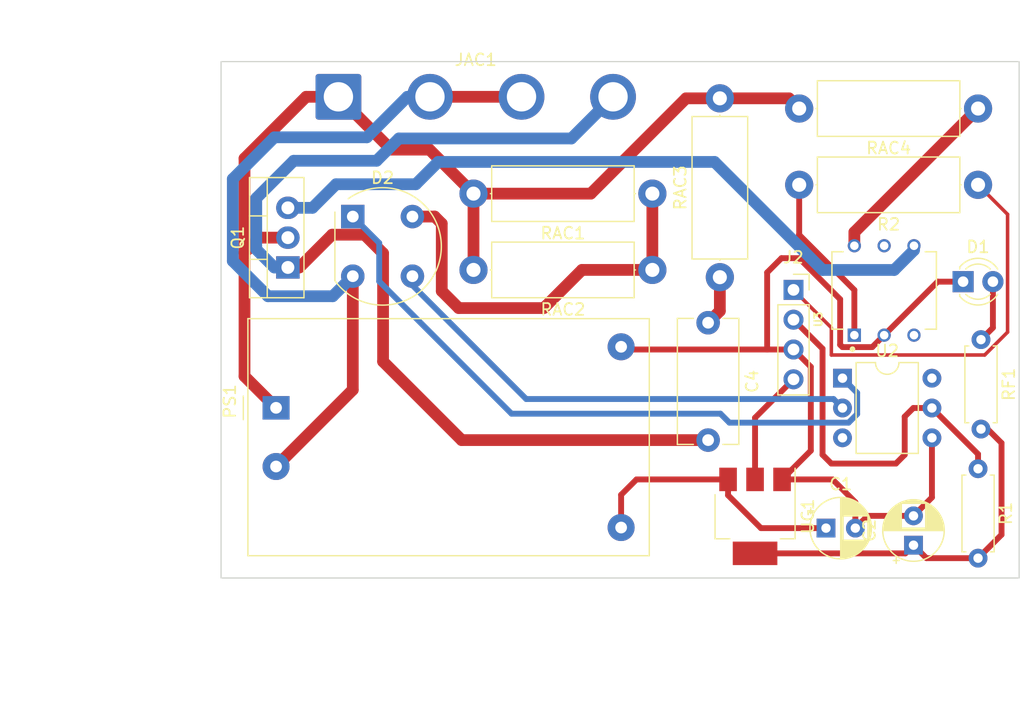
<source format=kicad_pcb>
(kicad_pcb (version 20211014) (generator pcbnew)
  (layers (0 "F.Cu" signal) (31 "B.Cu" signal) (34 "B.Paste" user) (35 "F.Paste" user) (36 "B.SilkS" user "B.Silkscreen") (37 "F.SilkS" user "F.Silkscreen") (38 "B.Mask" user) (39 "F.Mask" user) (44 "Edge.Cuts" user))
  (net 0 "")
  (net 1 "/+5V")
  (net 2 "Net-(C4-Pad1)")
  (net 3 "Net-(C4-Pad2)")
  (net 4 "Net-(D1-Pad2)")
  (net 5 "Net-(D2-Pad1)")
  (net 6 "/N")
  (net 7 "Net-(D2-Pad3)")
  (net 8 "Net-(D2-Pad4)")
  (net 9 "/DIMMER")
  (net 10 "/ZERO")
  (net 11 "/L")
  (net 12 "Net-(Q1-Pad3)")
  (net 13 "Net-(R2-Pad2)")
  (net 14 "Net-(RAC4-Pad1)")
  (net 17 "/GND")
  (net 18 "/+3.3V")
  (footprint "Package_TO_SOT_THT:TO-220-3_Vertical" (layer "F.Cu") (at 54.695 63.04 90)
    (fp_text reference "Q1" (at 2.54 -4.27 90) (layer "F.SilkS"))
    (fp_text value "BTA16-600B")
    (fp_line (start 7.66 -3.27) (end 7.66 1.371) (layer "F.SilkS") (width 0.12))
    (fp_line (start 4.391 -3.27) (end 4.391 -1.76) (layer "F.SilkS") (width 0.12))
    (fp_line (start 0.69 -3.27) (end 0.69 -1.76) (layer "F.SilkS") (width 0.12))
    (fp_line (start -2.58 -3.27) (end 7.66 -3.27) (layer "F.SilkS") (width 0.12))
    (fp_line (start -2.58 -3.27) (end -2.58 1.371) (layer "F.SilkS") (width 0.12))
    (fp_line (start -2.58 1.371) (end 7.66 1.371) (layer "F.SilkS") (width 0.12))
    (fp_line (start -2.58 -1.76) (end 7.66 -1.76) (layer "F.SilkS") (width 0.12))
    (pad "1" thru_hole rect (at 0 0 90) (size 1.905 2) (drill 1.1) (layers *.Cu *.Mask) (net 3 "Net-(C4-Pad2)"))
    (pad "2" thru_hole oval (at 2.54 0 90) (size 1.905 2) (drill 1.1) (layers *.Cu *.Mask) (net 11 "/L"))
    (pad "3" thru_hole oval (at 5.08 0 90) (size 1.905 2) (drill 1.1) (layers *.Cu *.Mask) (net 12 "Net-(Q1-Pad3)"))
  )
  (footprint "Resistor_THT:R_Axial_DIN0414_L11.9mm_D4.5mm_P15.24mm_Horizontal" (layer "F.Cu") (at 113.5 56 180)
    (fp_text reference "R2" (at 7.62 -3.37) (layer "F.SilkS"))
    (fp_text value "1k")
    (fp_line (start 13.69 2.37) (end 13.69 -2.37) (layer "F.SilkS") (width 0.12))
    (fp_line (start 1.55 -2.37) (end 1.55 2.37) (layer "F.SilkS") (width 0.12))
    (fp_line (start 1.44 0) (end 1.55 0) (layer "F.SilkS") (width 0.12))
    (fp_line (start 13.8 0) (end 13.69 0) (layer "F.SilkS") (width 0.12))
    (fp_line (start 13.69 -2.37) (end 1.55 -2.37) (layer "F.SilkS") (width 0.12))
    (fp_line (start 1.55 2.37) (end 13.69 2.37) (layer "F.SilkS") (width 0.12))
    (pad "1" thru_hole circle (at 0 0 180) (size 2.4 2.4) (drill 1.2) (layers *.Cu *.Mask) (net 9 "/DIMMER"))
    (pad "2" thru_hole oval (at 15.24 0 180) (size 2.4 2.4) (drill 1.2) (layers *.Cu *.Mask) (net 13 "Net-(R2-Pad2)"))
  )
  (footprint "Diode_THT:Diode_Bridge_Round_D9.8mm" (layer "F.Cu") (at 60.225 58.705)
    (fp_text reference "D2" (at 2.54 -3.302) (layer "F.SilkS"))
    (fp_text value "W10G")
    (fp_line (start -1.524 -0.381) (end -1.524 5.461) (layer "F.SilkS") (width 0.12))
    (fp_arc (start -0.381 -1.524) (mid 7.479141 3.348223) (end -1.524 5.461) (layer "F.SilkS") (width 0.12))
    (pad "1" thru_hole rect (at 0 0) (size 2 2) (drill 1) (layers *.Cu *.Mask) (net 5 "Net-(D2-Pad1)"))
    (pad "2" thru_hole oval (at 0 5.08) (size 2 2) (drill 1) (layers *.Cu *.Mask) (net 6 "/N"))
    (pad "3" thru_hole oval (at 5.08 5.08) (size 2 2) (drill 1) (layers *.Cu *.Mask) (net 7 "Net-(D2-Pad3)"))
    (pad "4" thru_hole oval (at 5.08 0) (size 2 2) (drill 1) (layers *.Cu *.Mask) (net 8 "Net-(D2-Pad4)"))
  )
  (footprint "LED_THT:LED_D3.0mm" (layer "F.Cu") (at 112.225 64.25)
    (fp_text reference "D1" (at 1.27 -2.96) (layer "F.SilkS"))
    (fp_text value "LED_Filled")
    (fp_line (start -0.29 1.08) (end -0.29 1.236) (layer "F.SilkS") (width 0.12))
    (fp_line (start -0.29 -1.236) (end -0.29 -1.08) (layer "F.SilkS") (width 0.12))
    (fp_arc (start 2.942335 1.078608) (mid 1.366487 1.987659) (end -0.29 1.235516) (layer "F.SilkS") (width 0.12))
    (fp_arc (start 0.229039 -1.08) (mid 1.270117 -1.5) (end 2.31113 -1.079837) (layer "F.SilkS") (width 0.12))
    (fp_arc (start 2.31113 1.079837) (mid 1.270117 1.5) (end 0.229039 1.08) (layer "F.SilkS") (width 0.12))
    (fp_arc (start -0.29 -1.235516) (mid 1.366487 -1.987659) (end 2.942335 -1.078608) (layer "F.SilkS") (width 0.12))
    (pad "1" thru_hole rect (at 0 0) (size 1.8 1.8) (drill 0.9) (layers *.Cu *.Mask) (net 17 "/GND"))
    (pad "2" thru_hole circle (at 2.54 0) (size 1.8 1.8) (drill 0.9) (layers *.Cu *.Mask) (net 4 "Net-(D1-Pad2)"))
  )
  (footprint "Converter_ACDC:Converter_ACDC_HiLink_HLK-PMxx" (layer "F.Cu") (at 53.6875 75)
    (fp_text reference "PS1" (at -3.94 -0.55 90) (layer "F.SilkS"))
    (fp_text value "HLK-PM01")
    (fp_line (start -2.4 12.6) (end 31.8 12.6) (layer "F.SilkS") (width 0.12))
    (fp_line (start 31.8 -7.6) (end -2.4 -7.6) (layer "F.SilkS") (width 0.12))
    (fp_line (start -2.4 -7.6) (end -2.4 12.6) (layer "F.SilkS") (width 0.12))
    (fp_line (start 31.8 12.6) (end 31.8 -7.6) (layer "F.SilkS") (width 0.12))
    (fp_line (start -2.79 -1) (end -2.79 1.01) (layer "F.SilkS") (width 0.12))
    (pad "1" thru_hole rect (at 0 0) (size 2.3 2) (drill 1) (layers *.Cu *.Mask) (net 11 "/L"))
    (pad "2" thru_hole circle (at 0 5) (size 2.3 2.3) (drill 1) (layers *.Cu *.Mask) (net 6 "/N"))
    (pad "3" thru_hole circle (at 29.4 -5.2) (size 2.3 2.3) (drill 1) (layers *.Cu *.Mask) (net 17 "/GND"))
    (pad "4" thru_hole circle (at 29.4 10.2) (size 2.3 2.3) (drill 1) (layers *.Cu *.Mask) (net 1 "/+5V"))
  )
  (footprint "MOC3021:DIP762W45P254L889H508Q6" (layer "F.Cu") (at 105.5 65 90)
    (fp_text reference "U3" (at -2.469425 -5.609645 90) (layer "F.SilkS") (effects (font (size 0.64037 0.64037))))
    (fp_text value "MOC3021")
    (fp_line (start 3.3 -4.45) (end 3.3 -3.5) (layer "F.SilkS") (width 0.127))
    (fp_line (start -3.3 3.5) (end -3.3 4.45) (layer "F.SilkS") (width 0.127))
    (fp_line (start -3.3 -3.5) (end -3.3 -4.45) (layer "F.SilkS") (width 0.127))
    (fp_line (start -3.3 -4.45) (end 3.3 -4.45) (layer "F.SilkS") (width 0.127))
    (fp_line (start -3.3 4.45) (end 3.3 4.45) (layer "F.SilkS") (width 0.127))
    (fp_line (start 3.3 4.45) (end 3.3 3.5) (layer "F.SilkS") (width 0.127))
    (fp_circle (center -5 -2.7) (end -4.88 -2.7) (layer "F.SilkS") (width 0.24) (fill none))
    (pad "1" thru_hole rect locked (at -3.81 -2.54 90) (size 1.13 1.13) (drill 0.73) (layers *.Cu *.Mask) (net 13 "Net-(R2-Pad2)"))
    (pad "2" thru_hole circle locked (at -3.81 0 90) (size 1.13 1.13) (drill 0.73) (layers *.Cu *.Mask) (net 17 "/GND"))
    (pad "3" thru_hole circle locked (at -3.81 2.54 90) (size 1.13 1.13) (drill 0.73) (layers *.Cu *.Mask))
    (pad "4" thru_hole circle locked (at 3.81 2.54 90) (size 1.13 1.13) (drill 0.73) (layers *.Cu *.Mask) (net 12 "Net-(Q1-Pad3)"))
    (pad "5" thru_hole circle locked (at 3.81 0 90) (size 1.13 1.13) (drill 0.73) (layers *.Cu *.Mask))
    (pad "6" thru_hole circle locked (at 3.81 -2.54 90) (size 1.13 1.13) (drill 0.73) (layers *.Cu *.Mask) (net 14 "Net-(RAC4-Pad1)"))
  )
  (footprint "Capacitor_THT:CP_Radial_D5.0mm_P2.50mm" (layer "F.Cu") (at 108 86.705113 90)
    (fp_text reference "C2" (at 1.25 -3.75 90) (layer "F.SilkS"))
    (fp_text value "10uF")
    (fp_line (start 2.651 -2.175) (end 2.651 -1.04) (layer "F.SilkS") (width 0.12))
    (fp_line (start 1.89 -2.501) (end 1.89 -1.04) (layer "F.SilkS") (width 0.12))
    (fp_line (start 2.931 1.04) (end 2.931 1.971) (layer "F.SilkS") (width 0.12))
    (fp_line (start 3.451 1.04) (end 3.451 1.383) (layer "F.SilkS") (width 0.12))
    (fp_line (start 3.091 1.04) (end 3.091 1.826) (layer "F.SilkS") (width 0.12))
    (fp_line (start -1.554775 -1.475) (end -1.054775 -1.475) (layer "F.SilkS") (width 0.12))
    (fp_line (start -1.304775 -1.725) (end -1.304775 -1.225) (layer "F.SilkS") (width 0.12))
    (fp_line (start 1.53 1.04) (end 1.53 2.565) (layer "F.SilkS") (width 0.12))
    (fp_line (start 2.571 -2.224) (end 2.571 -1.04) (layer "F.SilkS") (width 0.12))
    (fp_line (start 3.291 1.04) (end 3.291 1.605) (layer "F.SilkS") (width 0.12))
    (fp_line (start 1.49 -2.569) (end 1.49 -1.04) (layer "F.SilkS") (width 0.12))
    (fp_line (start 1.81 -2.52) (end 1.81 -1.04) (layer "F.SilkS") (width 0.12))
    (fp_line (start 2.611 -2.2) (end 2.611 -1.04) (layer "F.SilkS") (width 0.12))
    (fp_line (start 1.53 -2.565) (end 1.53 -1.04) (layer "F.SilkS") (width 0.12))
    (fp_line (start 2.251 1.04) (end 2.251 2.382) (layer "F.SilkS") (width 0.12))
    (fp_line (start 1.73 -2.536) (end 1.73 -1.04) (layer "F.SilkS") (width 0.12))
    (fp_line (start 2.011 1.04) (end 2.011 2.468) (layer "F.SilkS") (width 0.12))
    (fp_line (start 2.771 -2.095) (end 2.771 -1.04) (layer "F.SilkS") (width 0.12))
    (fp_line (start 1.85 -2.511) (end 1.85 -1.04) (layer "F.SilkS") (width 0.12))
    (fp_line (start 2.731 -2.122) (end 2.731 -1.04) (layer "F.SilkS") (width 0.12))
    (fp_line (start 2.411 1.04) (end 2.411 2.31) (layer "F.SilkS") (width 0.12))
    (fp_line (start 2.931 -1.971) (end 2.931 -1.04) (layer "F.SilkS") (width 0.12))
    (fp_line (start 2.411 -2.31) (end 2.411 -1.04) (layer "F.SilkS") (width 0.12))
    (fp_line (start 2.131 -2.428) (end 2.131 -1.04) (layer "F.SilkS") (width 0.12))
    (fp_line (start 2.851 1.04) (end 2.851 2.035) (layer "F.SilkS") (width 0.12))
    (fp_line (start 2.731 1.04) (end 2.731 2.122) (layer "F.SilkS") (width 0.12))
    (fp_line (start 1.25 -2.58) (end 1.25 2.58) (layer "F.SilkS") (width 0.12))
    (fp_line (start 2.091 -2.442) (end 2.091 -1.04) (layer "F.SilkS") (width 0.12))
    (fp_line (start 1.85 1.04) (end 1.85 2.511) (layer "F.SilkS") (width 0.12))
    (fp_line (start 1.45 -2.573) (end 1.45 2.573) (layer "F.SilkS") (width 0.12))
    (fp_line (start 3.371 -1.5) (end 3.371 -1.04) (layer "F.SilkS") (width 0.12))
    (fp_line (start 3.091 -1.826) (end 3.091 -1.04) (layer "F.SilkS") (width 0.12))
    (fp_line (start 2.491 -2.268) (end 2.491 -1.04) (layer "F.SilkS") (width 0.12))
    (fp_line (start 1.971 -2.48) (end 1.971 -1.04) (layer "F.SilkS") (width 0.12))
    (fp_line (start 2.691 -2.149) (end 2.691 -1.04) (layer "F.SilkS") (width 0.12))
    (fp_line (start 2.011 -2.468) (end 2.011 -1.04) (layer "F.SilkS") (width 0.12))
    (fp_line (start 3.651 -1.011) (end 3.651 1.011) (layer "F.SilkS") (width 0.12))
    (fp_line (start 3.131 -1.785) (end 3.131 -1.04) (layer "F.SilkS") (width 0.12))
    (fp_line (start 3.011 1.04) (end 3.011 1.901) (layer "F.SilkS") (width 0.12))
    (fp_line (start 3.851 -0.284) (end 3.851 0.284) (layer "F.SilkS") (width 0.12))
    (fp_line (start 3.331 1.04) (end 3.331 1.554) (layer "F.SilkS") (width 0.12))
    (fp_line (start 2.971 -1.937) (end 2.971 -1.04) (layer "F.SilkS") (width 0.12))
    (fp_line (start 1.89 1.04) (end 1.89 2.501) (layer "F.SilkS") (width 0.12))
    (fp_line (start 2.971 1.04) (end 2.971 1.937) (layer "F.SilkS") (width 0.12))
    (fp_line (start 3.531 -1.251) (end 3.531 -1.04) (layer "F.SilkS") (width 0.12))
    (fp_line (start 2.171 -2.414) (end 2.171 -1.04) (layer "F.SilkS") (width 0.12))
    (fp_line (start 1.971 1.04) (end 1.971 2.48) (layer "F.SilkS") (width 0.12))
    (fp_line (start 1.93 1.04) (end 1.93 2.491) (layer "F.SilkS") (width 0.12))
    (fp_line (start 1.81 1.04) (end 1.81 2.52) (layer "F.SilkS") (width 0.12))
    (fp_line (start 3.571 -1.178) (end 3.571 1.178) (layer "F.SilkS") (width 0.12))
    (fp_line (start 2.491 1.04) (end 2.491 2.268) (layer "F.SilkS") (width 0.12))
    (fp_line (start 1.73 1.04) (end 1.73 2.536) (layer "F.SilkS") (width 0.12))
    (fp_line (start 2.651 1.04) (end 2.651 2.175) (layer "F.SilkS") (width 0.12))
    (fp_line (start 2.611 1.04) (end 2.611 2.2) (layer "F.SilkS") (width 0.12))
    (fp_line (start 1.65 1.04) (end 1.65 2.55) (layer "F.SilkS") (width 0.12))
    (fp_line (start 3.011 -1.901) (end 3.011 -1.04) (layer "F.SilkS") (width 0.12))
    (fp_line (start 3.131 1.04) (end 3.131 1.785) (layer "F.SilkS") (width 0.12))
    (fp_line (start 2.811 -2.065) (end 2.811 -1.04) (layer "F.SilkS") (width 0.12))
    (fp_line (start 2.131 1.04) (end 2.131 2.428) (layer "F.SilkS") (width 0.12))
    (fp_line (start 2.091 1.04) (end 2.091 2.442) (layer "F.SilkS") (width 0.12))
    (fp_line (start 2.691 1.04) (end 2.691 2.149) (layer "F.SilkS") (width 0.12))
    (fp_line (start 2.451 -2.29) (end 2.451 -1.04) (layer "F.SilkS") (width 0.12))
    (fp_line (start 1.77 -2.528) (end 1.77 -1.04) (layer "F.SilkS") (width 0.12))
    (fp_line (start 2.051 -2.455) (end 2.051 -1.04) (layer "F.SilkS") (width 0.12))
    (fp_line (start 3.371 1.04) (end 3.371 1.5) (layer "F.SilkS") (width 0.12))
    (fp_line (start 3.251 -1.653) (end 3.251 -1.04) (layer "F.SilkS") (width 0.12))
    (fp_line (start 2.531 -2.247) (end 2.531 -1.04) (layer "F.SilkS") (width 0.12))
    (fp_line (start 3.251 1.04) (end 3.251 1.653) (layer "F.SilkS") (width 0.12))
    (fp_line (start 3.171 1.04) (end 3.171 1.743) (layer "F.SilkS") (width 0.12))
    (fp_line (start 1.29 -2.58) (end 1.29 2.58) (layer "F.SilkS") (width 0.12))
    (fp_line (start 2.051 1.04) (end 2.051 2.455) (layer "F.SilkS") (width 0.12))
    (fp_line (start 3.451 -1.383) (end 3.451 -1.04) (layer "F.SilkS") (width 0.12))
    (fp_line (start 2.291 -2.365) (end 2.291 -1.04) (layer "F.SilkS") (width 0.12))
    (fp_line (start 2.211 -2.398) (end 2.211 -1.04) (layer "F.SilkS") (width 0.12))
    (fp_line (start 1.65 -2.55) (end 1.65 -1.04) (layer "F.SilkS") (width 0.12))
    (fp_line (start 2.851 -2.035) (end 2.851 -1.04) (layer "F.SilkS") (width 0.12))
    (fp_line (start 2.251 -2.382) (end 2.251 -1.04) (layer "F.SilkS") (width 0.12))
    (fp_line (start 1.37 -2.578) (end 1.37 2.578) (layer "F.SilkS") (width 0.12))
    (fp_line (start 2.451 1.04) (end 2.451 2.29) (layer "F.SilkS") (width 0.12))
    (fp_line (start 2.811 1.04) (end 2.811 2.065) (layer "F.SilkS") (width 0.12))
    (fp_line (start 3.211 1.04) (end 3.211 1.699) (layer "F.SilkS") (width 0.12))
    (fp_line (start 2.891 1.04) (end 2.891 2.004) (layer "F.SilkS") (width 0.12))
    (fp_line (start 3.611 -1.098) (end 3.611 1.098) (layer "F.SilkS") (width 0.12))
    (fp_line (start 2.371 1.04) (end 2.371 2.329) (layer "F.SilkS") (width 0.12))
    (fp_line (start 2.571 1.04) (end 2.571 2.224) (layer "F.SilkS") (width 0.12))
    (fp_line (start 3.691 -0.915) (end 3.691 0.915) (layer "F.SilkS") (width 0.12))
    (fp_line (start 1.93 -2.491) (end 1.93 -1.04) (layer "F.SilkS") (width 0.12))
    (fp_line (start 1.61 1.04) (end 1.61 2.556) (layer "F.SilkS") (width 0.12))
    (fp_line (start 2.771 1.04) (end 2.771 2.095) (layer "F.SilkS") (width 0.12))
    (fp_line (start 3.211 -1.699) (end 3.211 -1.04) (layer "F.SilkS") (width 0.12))
    (fp_line (start 2.331 1.04) (end 2.331 2.348) (layer "F.SilkS") (width 0.12))
    (fp_line (start 3.291 -1.605) (end 3.291 -1.04) (layer "F.SilkS") (width 0.12))
    (fp_line (start 3.531 1.04) (end 3.531 1.251) (layer "F.SilkS") (width 0.12))
    (fp_line (start 1.69 -2.543) (end 1.69 -1.04) (layer "F.SilkS") (width 0.12))
    (fp_line (start 1.61 -2.556) (end 1.61 -1.04) (layer "F.SilkS") (width 0.12))
    (fp_line (start 1.41 -2.576) (end 1.41 2.576) (layer "F.SilkS") (width 0.12))
    (fp_line (start 2.291 1.04) (end 2.291 2.365) (layer "F.SilkS") (width 0.12))
    (fp_line (start 3.331 -1.554) (end 3.331 -1.04) (layer "F.SilkS") (width 0.12))
    (fp_line (start 1.57 1.04) (end 1.57 2.561) (layer "F.SilkS") (width 0.12))
    (fp_line (start 2.331 -2.348) (end 2.331 -1.04) (layer "F.SilkS") (width 0.12))
    (fp_line (start 3.811 -0.518) (end 3.811 0.518) (layer "F.SilkS") (width 0.12))
    (fp_line (start 3.771 -0.677) (end 3.771 0.677) (layer "F.SilkS") (width 0.12))
    (fp_line (start 3.491 1.04) (end 3.491 1.319) (layer "F.SilkS") (width 0.12))
    (fp_line (start 1.77 1.04) (end 1.77 2.528) (layer "F.SilkS") (width 0.12))
    (fp_line (start 2.371 -2.329) (end 2.371 -1.04) (layer "F.SilkS") (width 0.12))
    (fp_line (start 2.171 1.04) (end 2.171 2.414) (layer "F.SilkS") (width 0.12))
    (fp_line (start 2.891 -2.004) (end 2.891 -1.04) (layer "F.SilkS") (width 0.12))
    (fp_line (start 3.411 -1.443) (end 3.411 -1.04) (layer "F.SilkS") (width 0.12))
    (fp_line (start 3.051 1.04) (end 3.051 1.864) (layer "F.SilkS") (width 0.12))
    (fp_line (start 3.171 -1.743) (end 3.171 -1.04) (layer "F.SilkS") (width 0.12))
    (fp_line (start 1.57 -2.561) (end 1.57 -1.04) (layer "F.SilkS") (width 0.12))
    (fp_line (start 1.33 -2.579) (end 1.33 2.579) (layer "F.SilkS") (width 0.12))
    (fp_line (start 3.491 -1.319) (end 3.491 -1.04) (layer "F.SilkS") (width 0.12))
    (fp_line (start 3.051 -1.864) (end 3.051 -1.04) (layer "F.SilkS") (width 0.12))
    (fp_line (start 3.411 1.04) (end 3.411 1.443) (layer "F.SilkS") (width 0.12))
    (fp_line (start 1.49 1.04) (end 1.49 2.569) (layer "F.SilkS") (width 0.12))
    (fp_line (start 1.69 1.04) (end 1.69 2.543) (layer "F.SilkS") (width 0.12))
    (fp_line (start 2.211 1.04) (end 2.211 2.398) (layer "F.SilkS") (width 0.12))
    (fp_line (start 2.531 1.04) (end 2.531 2.247) (layer "F.SilkS") (width 0.12))
    (fp_line (start 3.731 -0.805) (end 3.731 0.805) (layer "F.SilkS") (width 0.12))
    (fp_circle (center 1.25 0) (end 3.87 0) (layer "F.SilkS") (width 0.12) (fill none))
    (pad "1" thru_hole rect (at 0 0 90) (size 1.6 1.6) (drill 0.8) (layers *.Cu *.Mask) (net 18 "/+3.3V"))
    (pad "2" thru_hole circle (at 2.5 0 90) (size 1.6 1.6) (drill 0.8) (layers *.Cu *.Mask) (net 17 "/GND"))
  )
  (footprint "Package_DIP:DIP-6_W7.62mm" (layer "F.Cu") (at 101.95 72.475)
    (fp_text reference "U2" (at 3.81 -2.33) (layer "F.SilkS"))
    (fp_text value "4N25")
    (fp_line (start 2.81 -1.33) (end 1.16 -1.33) (layer "F.SilkS") (width 0.12))
    (fp_line (start 1.16 6.41) (end 6.46 6.41) (layer "F.SilkS") (width 0.12))
    (fp_line (start 1.16 -1.33) (end 1.16 6.41) (layer "F.SilkS") (width 0.12))
    (fp_line (start 6.46 -1.33) (end 4.81 -1.33) (layer "F.SilkS") (width 0.12))
    (fp_line (start 6.46 6.41) (end 6.46 -1.33) (layer "F.SilkS") (width 0.12))
    (fp_arc (start 4.81 -1.33) (mid 3.81 -0.33) (end 2.81 -1.33) (layer "F.SilkS") (width 0.12))
    (pad "1" thru_hole rect (at 0 0) (size 1.6 1.6) (drill 0.8) (layers *.Cu *.Mask) (net 5 "Net-(D2-Pad1)"))
    (pad "2" thru_hole oval (at 0 2.54) (size 1.6 1.6) (drill 0.8) (layers *.Cu *.Mask) (net 7 "Net-(D2-Pad3)"))
    (pad "3" thru_hole oval (at 0 5.08) (size 1.6 1.6) (drill 0.8) (layers *.Cu *.Mask))
    (pad "4" thru_hole oval (at 7.62 5.08) (size 1.6 1.6) (drill 0.8) (layers *.Cu *.Mask) (net 17 "/GND"))
    (pad "5" thru_hole oval (at 7.62 2.54) (size 1.6 1.6) (drill 0.8) (layers *.Cu *.Mask) (net 10 "/ZERO"))
    (pad "6" thru_hole oval (at 7.62 0) (size 1.6 1.6) (drill 0.8) (layers *.Cu *.Mask))
  )
  (footprint "Capacitor_THT:C_Disc_D10.5mm_W5.0mm_P10.00mm" (layer "F.Cu") (at 90.5 67.75 -90)
    (fp_text reference "C4" (at 5 -3.75 90) (layer "F.SilkS"))
    (fp_text value "10nF")
    (fp_line (start -0.37 -2.62) (end 10.37 -2.62) (layer "F.SilkS") (width 0.12))
    (fp_line (start -0.37 1.256) (end -0.37 2.62) (layer "F.SilkS") (width 0.12))
    (fp_line (start -0.37 -2.62) (end -0.37 -1.256) (layer "F.SilkS") (width 0.12))
    (fp_line (start 10.37 -2.62) (end 10.37 -1.256) (layer "F.SilkS") (width 0.12))
    (fp_line (start 10.37 1.256) (end 10.37 2.62) (layer "F.SilkS") (width 0.12))
    (fp_line (start -0.37 2.62) (end 10.37 2.62) (layer "F.SilkS") (width 0.12))
    (pad "1" thru_hole circle (at 0 0 270) (size 2 2) (drill 1) (layers *.Cu *.Mask) (net 2 "Net-(C4-Pad1)"))
    (pad "2" thru_hole circle (at 10 0 270) (size 2 2) (drill 1) (layers *.Cu *.Mask) (net 3 "Net-(C4-Pad2)"))
  )
  (footprint "Resistor_THT:R_Axial_DIN0207_L6.3mm_D2.5mm_P7.62mm_Horizontal" (layer "F.Cu") (at 113.5 80.19 -90)
    (fp_text reference "R1" (at 3.81 -2.37 90) (layer "F.SilkS"))
    (fp_text value "10k")
    (fp_line (start 0.54 -1.37) (end 7.08 -1.37) (layer "F.SilkS") (width 0.12))
    (fp_line (start 0.54 1.04) (end 0.54 1.37) (layer "F.SilkS") (width 0.12))
    (fp_line (start 7.08 -1.37) (end 7.08 -1.04) (layer "F.SilkS") (width 0.12))
    (fp_line (start 7.08 1.37) (end 7.08 1.04) (layer "F.SilkS") (width 0.12))
    (fp_line (start 0.54 -1.04) (end 0.54 -1.37) (layer "F.SilkS") (width 0.12))
    (fp_line (start 0.54 1.37) (end 7.08 1.37) (layer "F.SilkS") (width 0.12))
    (pad "1" thru_hole circle (at 0 0 270) (size 1.6 1.6) (drill 0.8) (layers *.Cu *.Mask) (net 10 "/ZERO"))
    (pad "2" thru_hole oval (at 7.62 0 270) (size 1.6 1.6) (drill 0.8) (layers *.Cu *.Mask) (net 18 "/+3.3V"))
  )
  (footprint "Package_TO_SOT_SMD:SOT-223-3_TabPin2" (layer "F.Cu") (at 94.5 84.25 -90)
    (fp_text reference "UG1" (at 0 -4.5 90) (layer "F.SilkS"))
    (fp_text value "AMS1117-3.3")
    (fp_line (start -4.1 -3.41) (end 1.91 -3.41) (layer "F.SilkS") (width 0.12))
    (fp_line (start 1.91 3.41) (end 1.91 2.15) (layer "F.SilkS") (width 0.12))
    (fp_line (start 1.91 -3.41) (end 1.91 -2.15) (layer "F.SilkS") (width 0.12))
    (fp_line (start -1.85 3.41) (end 1.91 3.41) (layer "F.SilkS") (width 0.12))
    (pad "1" smd rect (at -3.15 -2.3 270) (size 2 1.5) (layers "F.Cu" "F.Paste" "F.Mask") (net 17 "/GND"))
    (pad "2" smd rect (at -3.15 0 270) (size 2 1.5) (layers "F.Cu" "F.Paste" "F.Mask") (net 18 "/+3.3V"))
    (pad "2" smd rect (at 3.15 0 270) (size 2 3.8) (layers "F.Cu" "F.Paste" "F.Mask") (net 18 "/+3.3V"))
    (pad "3" smd rect (at -3.15 2.3 270) (size 2 1.5) (layers "F.Cu" "F.Paste" "F.Mask") (net 1 "/+5V"))
  )
  (footprint "Resistor_THT:R_Axial_DIN0414_L11.9mm_D4.5mm_P15.24mm_Horizontal" (layer "F.Cu") (at 113.5 49.5 180)
    (fp_text reference "RAC4" (at 7.62 -3.37) (layer "F.SilkS"))
    (fp_text value "1k")
    (fp_line (start 1.55 -2.37) (end 1.55 2.37) (layer "F.SilkS") (width 0.12))
    (fp_line (start 13.69 -2.37) (end 1.55 -2.37) (layer "F.SilkS") (width 0.12))
    (fp_line (start 1.55 2.37) (end 13.69 2.37) (layer "F.SilkS") (width 0.12))
    (fp_line (start 13.69 2.37) (end 13.69 -2.37) (layer "F.SilkS") (width 0.12))
    (fp_line (start 13.8 0) (end 13.69 0) (layer "F.SilkS") (width 0.12))
    (fp_line (start 1.44 0) (end 1.55 0) (layer "F.SilkS") (width 0.12))
    (pad "1" thru_hole circle (at 0 0 180) (size 2.4 2.4) (drill 1.2) (layers *.Cu *.Mask) (net 14 "Net-(RAC4-Pad1)"))
    (pad "2" thru_hole oval (at 15.24 0 180) (size 2.4 2.4) (drill 1.2) (layers *.Cu *.Mask) (net 11 "/L"))
  )
  (footprint "Resistor_THT:R_Axial_DIN0207_L6.3mm_D2.5mm_P7.62mm_Horizontal" (layer "F.Cu") (at 113.75 69.19 -90)
    (fp_text reference "RF1" (at 3.81 -2.37 90) (layer "F.SilkS"))
    (fp_text value "330")
    (fp_line (start 7.08 1.37) (end 7.08 1.04) (layer "F.SilkS") (width 0.12))
    (fp_line (start 0.54 1.37) (end 7.08 1.37) (layer "F.SilkS") (width 0.12))
    (fp_line (start 7.08 -1.37) (end 7.08 -1.04) (layer "F.SilkS") (width 0.12))
    (fp_line (start 0.54 1.04) (end 0.54 1.37) (layer "F.SilkS") (width 0.12))
    (fp_line (start 0.54 -1.37) (end 7.08 -1.37) (layer "F.SilkS") (width 0.12))
    (fp_line (start 0.54 -1.04) (end 0.54 -1.37) (layer "F.SilkS") (width 0.12))
    (pad "1" thru_hole circle (at 0 0 270) (size 1.6 1.6) (drill 0.8) (layers *.Cu *.Mask) (net 4 "Net-(D1-Pad2)"))
    (pad "2" thru_hole oval (at 7.62 0 270) (size 1.6 1.6) (drill 0.8) (layers *.Cu *.Mask) (net 18 "/+3.3V"))
  )
  (footprint "Capacitor_THT:CP_Radial_D5.0mm_P2.50mm" (layer "F.Cu") (at 100.544888 85.25)
    (fp_text reference "C1" (at 1.25 -3.75) (layer "F.SilkS"))
    (fp_text value "10uF")
    (fp_line (start 2.971 1.04) (end 2.971 1.937) (layer "F.SilkS") (width 0.12))
    (fp_line (start 1.69 1.04) (end 1.69 2.543) (layer "F.SilkS") (width 0.12))
    (fp_line (start 2.451 1.04) (end 2.451 2.29) (layer "F.SilkS") (width 0.12))
    (fp_line (start 3.451 1.04) (end 3.451 1.383) (layer "F.SilkS") (width 0.12))
    (fp_line (start 3.611 -1.098) (end 3.611 1.098) (layer "F.SilkS") (width 0.12))
    (fp_line (start 2.131 1.04) (end 2.131 2.428) (layer "F.SilkS") (width 0.12))
    (fp_line (start 1.93 1.04) (end 1.93 2.491) (layer "F.SilkS") (width 0.12))
    (fp_line (start 2.051 1.04) (end 2.051 2.455) (layer "F.SilkS") (width 0.12))
    (fp_line (start 1.61 1.04) (end 1.61 2.556) (layer "F.SilkS") (width 0.12))
    (fp_line (start 1.69 -2.543) (end 1.69 -1.04) (layer "F.SilkS") (width 0.12))
    (fp_line (start 2.091 -2.442) (end 2.091 -1.04) (layer "F.SilkS") (width 0.12))
    (fp_line (start 2.171 1.04) (end 2.171 2.414) (layer "F.SilkS") (width 0.12))
    (fp_line (start 2.651 1.04) (end 2.651 2.175) (layer "F.SilkS") (width 0.12))
    (fp_line (start 2.051 -2.455) (end 2.051 -1.04) (layer "F.SilkS") (width 0.12))
    (fp_line (start 1.37 -2.578) (end 1.37 2.578) (layer "F.SilkS") (width 0.12))
    (fp_line (start 3.531 -1.251) (end 3.531 -1.04) (layer "F.SilkS") (width 0.12))
    (fp_line (start 2.091 1.04) (end 2.091 2.442) (layer "F.SilkS") (width 0.12))
    (fp_line (start 1.29 -2.58) (end 1.29 2.58) (layer "F.SilkS") (width 0.12))
    (fp_line (start 2.771 1.04) (end 2.771 2.095) (layer "F.SilkS") (width 0.12))
    (fp_line (start 1.81 -2.52) (end 1.81 -1.04) (layer "F.SilkS") (width 0.12))
    (fp_line (start 3.091 -1.826) (end 3.091 -1.04) (layer "F.SilkS") (width 0.12))
    (fp_line (start 3.171 -1.743) (end 3.171 -1.04) (layer "F.SilkS") (width 0.12))
    (fp_line (start 3.211 1.04) (end 3.211 1.699) (layer "F.SilkS") (width 0.12))
    (fp_line (start 2.131 -2.428) (end 2.131 -1.04) (layer "F.SilkS") (width 0.12))
    (fp_line (start 3.051 -1.864) (end 3.051 -1.04) (layer "F.SilkS") (width 0.12))
    (fp_line (start 3.091 1.04) (end 3.091 1.826) (layer "F.SilkS") (width 0.12))
    (fp_line (start -1.554775 -1.475) (end -1.054775 -1.475) (layer "F.SilkS") (width 0.12))
    (fp_line (start 1.89 1.04) (end 1.89 2.501) (layer "F.SilkS") (width 0.12))
    (fp_line (start 2.251 1.04) (end 2.251 2.382) (layer "F.SilkS") (width 0.12))
    (fp_line (start 3.411 1.04) (end 3.411 1.443) (layer "F.SilkS") (width 0.12))
    (fp_line (start 3.451 -1.383) (end 3.451 -1.04) (layer "F.SilkS") (width 0.12))
    (fp_line (start 2.611 1.04) (end 2.611 2.2) (layer "F.SilkS") (width 0.12))
    (fp_line (start 3.011 1.04) (end 3.011 1.901) (layer "F.SilkS") (width 0.12))
    (fp_line (start 1.41 -2.576) (end 1.41 2.576) (layer "F.SilkS") (width 0.12))
    (fp_line (start 1.85 -2.511) (end 1.85 -1.04) (layer "F.SilkS") (width 0.12))
    (fp_line (start 3.811 -0.518) (end 3.811 0.518) (layer "F.SilkS") (width 0.12))
    (fp_line (start 2.291 1.04) (end 2.291 2.365) (layer "F.SilkS") (width 0.12))
    (fp_line (start 2.531 1.04) (end 2.531 2.247) (layer "F.SilkS") (width 0.12))
    (fp_line (start 2.011 -2.468) (end 2.011 -1.04) (layer "F.SilkS") (width 0.12))
    (fp_line (start 2.211 1.04) (end 2.211 2.398) (layer "F.SilkS") (width 0.12))
    (fp_line (start 3.771 -0.677) (end 3.771 0.677) (layer "F.SilkS") (width 0.12))
    (fp_line (start 1.77 -2.528) (end 1.77 -1.04) (layer "F.SilkS") (width 0.12))
    (fp_line (start 3.731 -0.805) (end 3.731 0.805) (layer "F.SilkS") (width 0.12))
    (fp_line (start 3.491 1.04) (end 3.491 1.319) (layer "F.SilkS") (width 0.12))
    (fp_line (start 2.491 1.04) (end 2.491 2.268) (layer "F.SilkS") (width 0.12))
    (fp_line (start 3.051 1.04) (end 3.051 1.864) (layer "F.SilkS") (width 0.12))
    (fp_line (start 1.971 1.04) (end 1.971 2.48) (layer "F.SilkS") (width 0.12))
    (fp_line (start 1.85 1.04) (end 1.85 2.511) (layer "F.SilkS") (width 0.12))
    (fp_line (start 1.53 -2.565) (end 1.53 -1.04) (layer "F.SilkS") (width 0.12))
    (fp_line (start 2.691 1.04) (end 2.691 2.149) (layer "F.SilkS") (width 0.12))
    (fp_line (start 3.211 -1.699) (end 3.211 -1.04) (layer "F.SilkS") (width 0.12))
    (fp_line (start 2.851 -2.035) (end 2.851 -1.04) (layer "F.SilkS") (width 0.12))
    (fp_line (start 2.571 -2.224) (end 2.571 -1.04) (layer "F.SilkS") (width 0.12))
    (fp_line (start 3.571 -1.178) (end 3.571 1.178) (layer "F.SilkS") (width 0.12))
    (fp_line (start 2.371 1.04) (end 2.371 2.329) (layer "F.SilkS") (width 0.12))
    (fp_line (start 2.251 -2.382) (end 2.251 -1.04) (layer "F.SilkS") (width 0.12))
    (fp_line (start 2.451 -2.29) (end 2.451 -1.04) (layer "F.SilkS") (width 0.12))
    (fp_line (start 2.771 -2.095) (end 2.771 -1.04) (layer "F.SilkS") (width 0.12))
    (fp_line (start 1.33 -2.579) (end 1.33 2.579) (layer "F.SilkS") (width 0.12))
    (fp_line (start 3.011 -1.901) (end 3.011 -1.04) (layer "F.SilkS") (width 0.12))
    (fp_line (start 3.331 1.04) (end 3.331 1.554) (layer "F.SilkS") (width 0.12))
    (fp_line (start 1.49 -2.569) (end 1.49 -1.04) (layer "F.SilkS") (width 0.12))
    (fp_line (start 3.251 1.04) (end 3.251 1.653) (layer "F.SilkS") (width 0.12))
    (fp_line (start 3.371 -1.5) (end 3.371 -1.04) (layer "F.SilkS") (width 0.12))
    (fp_line (start 1.73 1.04) (end 1.73 2.536) (layer "F.SilkS") (width 0.12))
    (fp_line (start 1.57 1.04) (end 1.57 2.561) (layer "F.SilkS") (width 0.12))
    (fp_line (start 3.251 -1.653) (end 3.251 -1.04) (layer "F.SilkS") (width 0.12))
    (fp_line (start 3.171 1.04) (end 3.171 1.743) (layer "F.SilkS") (width 0.12))
    (fp_line (start 1.89 -2.501) (end 1.89 -1.04) (layer "F.SilkS") (width 0.12))
    (fp_line (start 1.81 1.04) (end 1.81 2.52) (layer "F.SilkS") (width 0.12))
    (fp_line (start 3.691 -0.915) (end 3.691 0.915) (layer "F.SilkS") (width 0.12))
    (fp_line (start 2.011 1.04) (end 2.011 2.468) (layer "F.SilkS") (width 0.12))
    (fp_line (start 2.411 -2.31) (end 2.411 -1.04) (layer "F.SilkS") (width 0.12))
    (fp_line (start 1.49 1.04) (end 1.49 2.569) (layer "F.SilkS") (width 0.12))
    (fp_line (start 3.291 -1.605) (end 3.291 -1.04) (layer "F.SilkS") (width 0.12))
    (fp_line (start 2.611 -2.2) (end 2.611 -1.04) (layer "F.SilkS") (width 0.12))
    (fp_line (start 3.851 -0.284) (end 3.851 0.284) (layer "F.SilkS") (width 0.12))
    (fp_line (start 1.45 -2.573) (end 1.45 2.573) (layer "F.SilkS") (width 0.12))
    (fp_line (start 1.93 -2.491) (end 1.93 -1.04) (layer "F.SilkS") (width 0.12))
    (fp_line (start 3.131 -1.785) (end 3.131 -1.04) (layer "F.SilkS") (width 0.12))
    (fp_line (start 1.57 -2.561) (end 1.57 -1.04) (layer "F.SilkS") (width 0.12))
    (fp_line (start 3.331 -1.554) (end 3.331 -1.04) (layer "F.SilkS") (width 0.12))
    (fp_line (start 3.491 -1.319) (end 3.491 -1.04) (layer "F.SilkS") (width 0.12))
    (fp_line (start 2.731 -2.122) (end 2.731 -1.04) (layer "F.SilkS") (width 0.12))
    (fp_line (start 3.651 -1.011) (end 3.651 1.011) (layer "F.SilkS") (width 0.12))
    (fp_line (start 1.77 1.04) (end 1.77 2.528) (layer "F.SilkS") (width 0.12))
    (fp_line (start 2.891 -2.004) (end 2.891 -1.04) (layer "F.SilkS") (width 0.12))
    (fp_line (start 2.891 1.04) (end 2.891 2.004) (layer "F.SilkS") (width 0.12))
    (fp_line (start 2.331 1.04) (end 2.331 2.348) (layer "F.SilkS") (width 0.12))
    (fp_line (start 2.971 -1.937) (end 2.971 -1.04) (layer "F.SilkS") (width 0.12))
    (fp_line (start 2.331 -2.348) (end 2.331 -1.04) (layer "F.SilkS") (width 0.12))
    (fp_line (start 2.731 1.04) (end 2.731 2.122) (layer "F.SilkS") (width 0.12))
    (fp_line (start 3.131 1.04) (end 3.131 1.785) (layer "F.SilkS") (width 0.12))
    (fp_line (start 3.531 1.04) (end 3.531 1.251) (layer "F.SilkS") (width 0.12))
    (fp_line (start 2.531 -2.247) (end 2.531 -1.04) (layer "F.SilkS") (width 0.12))
    (fp_line (start 1.53 1.04) (end 1.53 2.565) (layer "F.SilkS") (width 0.12))
    (fp_line (start 1.65 1.04) (end 1.65 2.55) (layer "F.SilkS") (width 0.12))
    (fp_line (start 3.371 1.04) (end 3.371 1.5) (layer "F.SilkS") (width 0.12))
    (fp_line (start -1.304775 -1.725) (end -1.304775 -1.225) (layer "F.SilkS") (width 0.12))
    (fp_line (start 2.171 -2.414) (end 2.171 -1.04) (layer "F.SilkS") (width 0.12))
    (fp_line (start 2.811 1.04) (end 2.811 2.065) (layer "F.SilkS") (width 0.12))
    (fp_line (start 2.931 1.04) (end 2.931 1.971) (layer "F.SilkS") (width 0.12))
    (fp_line (start 1.971 -2.48) (end 1.971 -1.04) (layer "F.SilkS") (width 0.12))
    (fp_line (start 2.211 -2.398) (end 2.211 -1.04) (layer "F.SilkS") (width 0.12))
    (fp_line (start 2.411 1.04) (end 2.411 2.31) (layer "F.SilkS") (width 0.12))
    (fp_line (start 1.25 -2.58) (end 1.25 2.58) (layer "F.SilkS") (width 0.12))
    (fp_line (start 1.65 -2.55) (end 1.65 -1.04) (layer "F.SilkS") (width 0.12))
    (fp_line (start 2.651 -2.175) (end 2.651 -1.04) (layer "F.SilkS") (width 0.12))
    (fp_line (start 2.571 1.04) (end 2.571 2.224) (layer "F.SilkS") (width 0.12))
    (fp_line (start 2.931 -1.971) (end 2.931 -1.04) (layer "F.SilkS") (width 0.12))
    (fp_line (start 2.811 -2.065) (end 2.811 -1.04) (layer "F.SilkS") (width 0.12))
    (fp_line (start 1.73 -2.536) (end 1.73 -1.04) (layer "F.SilkS") (width 0.12))
    (fp_line (start 2.291 -2.365) (end 2.291 -1.04) (layer "F.SilkS") (width 0.12))
    (fp_line (start 2.371 -2.329) (end 2.371 -1.04) (layer "F.SilkS") (width 0.12))
    (fp_line (start 2.491 -2.268) (end 2.491 -1.04) (layer "F.SilkS") (width 0.12))
    (fp_line (start 2.691 -2.149) (end 2.691 -1.04) (layer "F.SilkS") (width 0.12))
    (fp_line (start 3.291 1.04) (end 3.291 1.605) (layer "F.SilkS") (width 0.12))
    (fp_line (start 2.851 1.04) (end 2.851 2.035) (layer "F.SilkS") (width 0.12))
    (fp_line (start 1.61 -2.556) (end 1.61 -1.04) (layer "F.SilkS") (width 0.12))
    (fp_line (start 3.411 -1.443) (end 3.411 -1.04) (layer "F.SilkS") (width 0.12))
    (fp_circle (center 1.25 0) (end 3.87 0) (layer "F.SilkS") (width 0.12) (fill none))
    (pad "1" thru_hole rect (at 0 0) (size 1.6 1.6) (drill 0.8) (layers *.Cu *.Mask) (net 1 "/+5V"))
    (pad "2" thru_hole circle (at 2.5 0) (size 1.6 1.6) (drill 0.8) (layers *.Cu *.Mask) (net 17 "/GND"))
  )
  (footprint "Resistor_THT:R_Axial_DIN0414_L11.9mm_D4.5mm_P15.24mm_Horizontal" (layer "F.Cu") (at 91.5 63.87 90)
    (fp_text reference "RAC3" (at 7.62 -3.37 90) (layer "F.SilkS"))
    (fp_text value "39R")
    (fp_line (start 1.55 2.37) (end 13.69 2.37) (layer "F.SilkS") (width 0.12))
    (fp_line (start 13.8 0) (end 13.69 0) (layer "F.SilkS") (width 0.12))
    (fp_line (start 1.55 -2.37) (end 1.55 2.37) (layer "F.SilkS") (width 0.12))
    (fp_line (start 13.69 -2.37) (end 1.55 -2.37) (layer "F.SilkS") (width 0.12))
    (fp_line (start 1.44 0) (end 1.55 0) (layer "F.SilkS") (width 0.12))
    (fp_line (start 13.69 2.37) (end 13.69 -2.37) (layer "F.SilkS") (width 0.12))
    (pad "1" thru_hole circle (at 0 0 90) (size 2.4 2.4) (drill 1.2) (layers *.Cu *.Mask) (net 2 "Net-(C4-Pad1)"))
    (pad "2" thru_hole oval (at 15.24 0 90) (size 2.4 2.4) (drill 1.2) (layers *.Cu *.Mask) (net 11 "/L"))
  )
  (footprint "Connector_Wire:SolderWire-2sqmm_1x04_P7.8mm_D2mm_OD3.9mm" (layer "F.Cu") (at 59 48.5)
    (fp_text reference "JAC1" (at 11.7 -3.15) (layer "F.SilkS"))
    (fp_text value "Conn_01x04")
    (pad "1" thru_hole roundrect (at 0 0) (size 3.9 3.9) (drill 2.5) (layers *.Cu *.Mask) (roundrect_rratio 0.064103) (net 11 "/L"))
    (pad "2" thru_hole circle (at 7.8 0) (size 3.9 3.9) (drill 2.5) (layers *.Cu *.Mask) (net 6 "/N"))
    (pad "3" thru_hole circle (at 15.6 0) (size 3.9 3.9) (drill 2.5) (layers *.Cu *.Mask) (net 6 "/N"))
    (pad "4" thru_hole circle (at 23.4 0) (size 3.9 3.9) (drill 2.5) (layers *.Cu *.Mask) (net 3 "Net-(C4-Pad2)"))
  )
  (footprint "Resistor_THT:R_Axial_DIN0414_L11.9mm_D4.5mm_P15.24mm_Horizontal" (layer "F.Cu") (at 85.75 56.75 180)
    (fp_text reference "RAC1" (at 7.62 -3.37) (layer "F.SilkS"))
    (fp_text value "120k")
    (fp_line (start 13.69 -2.37) (end 1.55 -2.37) (layer "F.SilkS") (width 0.12))
    (fp_line (start 1.44 0) (end 1.55 0) (layer "F.SilkS") (width 0.12))
    (fp_line (start 1.55 2.37) (end 13.69 2.37) (layer "F.SilkS") (width 0.12))
    (fp_line (start 1.55 -2.37) (end 1.55 2.37) (layer "F.SilkS") (width 0.12))
    (fp_line (start 13.8 0) (end 13.69 0) (layer "F.SilkS") (width 0.12))
    (fp_line (start 13.69 2.37) (end 13.69 -2.37) (layer "F.SilkS") (width 0.12))
    (pad "1" thru_hole circle (at 0 0 180) (size 2.4 2.4) (drill 1.2) (layers *.Cu *.Mask) (net 8 "Net-(D2-Pad4)"))
    (pad "2" thru_hole oval (at 15.24 0 180) (size 2.4 2.4) (drill 1.2) (layers *.Cu *.Mask) (net 11 "/L"))
  )
  (footprint "Resistor_THT:R_Axial_DIN0414_L11.9mm_D4.5mm_P15.24mm_Horizontal" (layer "F.Cu") (at 85.75 63.25 180)
    (fp_text reference "RAC2" (at 7.62 -3.37) (layer "F.SilkS"))
    (fp_text value "120k")
    (fp_line (start 13.69 2.37) (end 13.69 -2.37) (layer "F.SilkS") (width 0.12))
    (fp_line (start 13.8 0) (end 13.69 0) (layer "F.SilkS") (width 0.12))
    (fp_line (start 1.44 0) (end 1.55 0) (layer "F.SilkS") (width 0.12))
    (fp_line (start 1.55 -2.37) (end 1.55 2.37) (layer "F.SilkS") (width 0.12))
    (fp_line (start 1.55 2.37) (end 13.69 2.37) (layer "F.SilkS") (width 0.12))
    (fp_line (start 13.69 -2.37) (end 1.55 -2.37) (layer "F.SilkS") (width 0.12))
    (pad "1" thru_hole circle (at 0 0 180) (size 2.4 2.4) (drill 1.2) (layers *.Cu *.Mask) (net 8 "Net-(D2-Pad4)"))
    (pad "2" thru_hole oval (at 15.24 0 180) (size 2.4 2.4) (drill 1.2) (layers *.Cu *.Mask) (net 11 "/L"))
  )
  (footprint "Connector_PinSocket_2.54mm:PinSocket_1x04_P2.54mm_Vertical" (layer "F.Cu") (at 97.775 64.95)
    (fp_text reference "J2" (at 0 -2.77) (layer "F.SilkS"))
    (fp_text value "Conn_01x04")
    (fp_line (start -1.33 1.27) (end 1.33 1.27) (layer "F.SilkS") (width 0.12))
    (fp_line (start 1.33 1.27) (end 1.33 8.95) (layer "F.SilkS") (width 0.12))
    (fp_line (start 0 -1.33) (end 1.33 -1.33) (layer "F.SilkS") (width 0.12))
    (fp_line (start 1.33 -1.33) (end 1.33 0) (layer "F.SilkS") (width 0.12))
    (fp_line (start -1.33 1.27) (end -1.33 8.95) (layer "F.SilkS") (width 0.12))
    (fp_line (start -1.33 8.95) (end 1.33 8.95) (layer "F.SilkS") (width 0.12))
    (pad "1" thru_hole rect (at 0 0) (size 1.7 1.7) (drill 1) (layers *.Cu *.Mask) (net 9 "/DIMMER"))
    (pad "2" thru_hole oval (at 0 2.54) (size 1.7 1.7) (drill 1) (layers *.Cu *.Mask) (net 10 "/ZERO"))
    (pad "3" thru_hole oval (at 0 5.08) (size 1.7 1.7) (drill 1) (layers *.Cu *.Mask) (net 17 "/GND"))
    (pad "4" thru_hole oval (at 0 7.62) (size 1.7 1.7) (drill 1) (layers *.Cu *.Mask) (net 18 "/+3.3V"))
  )
  (gr_rect (start 49 45.5) (end 117 89.5) (layer "Edge.Cuts") (width 0.1) (fill none))
  (segment (start 83.0875 82.4125) (end 84.4 81.1) (width 0.5) (layer "F.Cu") (net 1))
  (segment (start 84.4 81.1) (end 92.2 81.1) (width 0.5) (layer "F.Cu") (net 1))
  (segment (start 92.2 82.45) (end 95 85.25) (width 0.5) (layer "F.Cu") (net 1))
  (segment (start 83.0875 85.2) (end 83.0875 82.4125) (width 0.5) (layer "F.Cu") (net 1))
  (segment (start 95 85.25) (end 100.544888 85.25) (width 0.5) (layer "F.Cu") (net 1))
  (segment (start 92.2 81.1) (end 92.2 82.45) (width 0.5) (layer "F.Cu") (net 1))
  (segment (start 91.5 66.75) (end 90.5 67.75) (width 1) (layer "F.Cu") (net 2))
  (segment (start 91.5 63.87) (end 91.5 66.75) (width 1) (layer "F.Cu") (net 2))
  (segment (start 55.670859 63.04) (end 58.460859 60.25) (width 1) (layer "F.Cu") (net 3))
  (segment (start 62.805 71.055) (end 69.5 77.75) (width 1) (layer "F.Cu") (net 3))
  (segment (start 62.805 61.829466) (end 62.805 71.055) (width 1) (layer "F.Cu") (net 3))
  (segment (start 61.225534 60.25) (end 62.805 61.829466) (width 1) (layer "F.Cu") (net 3))
  (segment (start 54.695 63.04) (end 55.670859 63.04) (width 1) (layer "F.Cu") (net 3))
  (segment (start 58.460859 60.25) (end 61.225534 60.25) (width 1) (layer "F.Cu") (net 3))
  (segment (start 69.5 77.75) (end 90.5 77.75) (width 1) (layer "F.Cu") (net 3))
  (segment (start 82.4 48.5) (end 78.85 52.05) (width 1) (layer "B.Cu") (net 3))
  (segment (start 62.2533 53.95) (end 55.189141 53.95) (width 1) (layer "B.Cu") (net 3))
  (segment (start 52 61.5) (end 53.54 63.04) (width 1) (layer "B.Cu") (net 3))
  (segment (start 64.153301 52.05) (end 62.2533 53.95) (width 1) (layer "B.Cu") (net 3))
  (segment (start 78.85 52.05) (end 64.153301 52.05) (width 1) (layer "B.Cu") (net 3))
  (segment (start 55.189141 53.95) (end 52 57.139141) (width 1) (layer "B.Cu") (net 3))
  (segment (start 52 57.139141) (end 52 61.5) (width 1) (layer "B.Cu") (net 3))
  (segment (start 53.54 63.04) (end 54.695 63.04) (width 1) (layer "B.Cu") (net 3))
  (segment (start 114.765 68.175) (end 113.75 69.19) (width 0.5) (layer "F.Cu") (net 4))
  (segment (start 114.765 64.25) (end 114.765 68.175) (width 0.5) (layer "F.Cu") (net 4))
  (segment (start 103.2 73.725) (end 103.2 75.532767) (width 0.5) (layer "B.Cu") (net 5))
  (segment (start 101.95 72.475) (end 103.2 73.725) (width 0.5) (layer "B.Cu") (net 5))
  (segment (start 91.55 75.5) (end 73.75 75.5) (width 0.5) (layer "B.Cu") (net 5))
  (segment (start 103.2 75.532767) (end 102.467767 76.265) (width 0.5) (layer "B.Cu") (net 5))
  (segment (start 92.315 76.265) (end 91.55 75.5) (width 0.5) (layer "B.Cu") (net 5))
  (segment (start 102.467767 76.265) (end 92.315 76.265) (width 0.5) (layer "B.Cu") (net 5))
  (segment (start 62.475 60.955) (end 60.225 58.705) (width 0.5) (layer "B.Cu") (net 5))
  (segment (start 73.75 75.5) (end 62.475 64.225) (width 0.5) (layer "B.Cu") (net 5))
  (segment (start 62.475 64.225) (end 62.475 60.955) (width 0.5) (layer "B.Cu") (net 5))
  (segment (start 53.6875 80) (end 60.225 73.4625) (width 1) (layer "F.Cu") (net 6))
  (segment (start 66.8 48.5) (end 74.6 48.5) (width 1) (layer "F.Cu") (net 6))
  (segment (start 60.225 73.4625) (end 60.225 63.785) (width 1) (layer "F.Cu") (net 6))
  (segment (start 50 55.5) (end 50 62.4925) (width 1) (layer "B.Cu") (net 6))
  (segment (start 53.55 51.95) (end 50 55.5) (width 1) (layer "B.Cu") (net 6))
  (segment (start 66.8 48.5) (end 64.874873 48.5) (width 1) (layer "B.Cu") (net 6))
  (segment (start 61.424873 51.95) (end 53.55 51.95) (width 1) (layer "B.Cu") (net 6))
  (segment (start 53 65.4925) (end 58.5175 65.4925) (width 1) (layer "B.Cu") (net 6))
  (segment (start 50 62.4925) (end 53 65.4925) (width 1) (layer "B.Cu") (net 6))
  (segment (start 64.874873 48.5) (end 61.424873 51.95) (width 1) (layer "B.Cu") (net 6))
  (segment (start 58.5175 65.4925) (end 60.225 63.785) (width 1) (layer "B.Cu") (net 6))
  (segment (start 101.95 75.015) (end 101.185 74.25) (width 0.5) (layer "B.Cu") (net 7))
  (segment (start 75 74.25) (end 65.305 64.555) (width 0.5) (layer "B.Cu") (net 7))
  (segment (start 65.305 64.555) (end 65.305 63.785) (width 0.5) (layer "B.Cu") (net 7))
  (segment (start 101.185 74.25) (end 75 74.25) (width 0.5) (layer "B.Cu") (net 7))
  (segment (start 67.805 59.305) (end 67.205 58.705) (width 1) (layer "F.Cu") (net 8))
  (segment (start 69.25 66.5) (end 67.805 65.055) (width 1) (layer "F.Cu") (net 8))
  (segment (start 76.5 66.5) (end 69.25 66.5) (width 1) (layer "F.Cu") (net 8))
  (segment (start 67.805 65.055) (end 67.805 59.305) (width 1) (layer "F.Cu") (net 8))
  (segment (start 85.75 63.25) (end 79.75 63.25) (width 1) (layer "F.Cu") (net 8))
  (segment (start 67.205 58.705) (end 65.305 58.705) (width 1) (layer "F.Cu") (net 8))
  (segment (start 79.75 63.25) (end 76.5 66.5) (width 1) (layer "F.Cu") (net 8))
  (segment (start 85.75 63.25) (end 85.75 56.75) (width 1) (layer "F.Cu") (net 8))
  (segment (start 116.015 58.515) (end 113.5 56) (width 0.3) (layer "F.Cu") (net 9))
  (segment (start 116.015 68.551346) (end 116.015 58.515) (width 0.3) (layer "F.Cu") (net 9))
  (segment (start 97.775 64.95) (end 101 68.175) (width 0.3) (layer "F.Cu") (net 9))
  (segment (start 114.066346 70.5) (end 116.015 68.551346) (width 0.3) (layer "F.Cu") (net 9))
  (segment (start 101 68.175) (end 101 70.5) (width 0.3) (layer "F.Cu") (net 9))
  (segment (start 101 70.5) (end 114.066346 70.5) (width 0.3) (layer "F.Cu") (net 9))
  (segment (start 100.25 79) (end 101 79.75) (width 0.5) (layer "F.Cu") (net 10))
  (segment (start 101 79.75) (end 106.5 79.75) (width 0.5) (layer "F.Cu") (net 10))
  (segment (start 113.5 78.945) (end 113.5 80.19) (width 0.5) (layer "F.Cu") (net 10))
  (segment (start 106.5 79.75) (end 107.25 79) (width 0.5) (layer "F.Cu") (net 10))
  (segment (start 109.57 75.015) (end 113.5 78.945) (width 0.5) (layer "F.Cu") (net 10))
  (segment (start 107.25 75.75) (end 107.985 75.015) (width 0.5) (layer "F.Cu") (net 10))
  (segment (start 107.985 75.015) (end 109.57 75.015) (width 0.5) (layer "F.Cu") (net 10))
  (segment (start 107.25 79) (end 107.25 75.75) (width 0.5) (layer "F.Cu") (net 10))
  (segment (start 97.775 67.49) (end 100.25 69.965) (width 0.5) (layer "F.Cu") (net 10))
  (segment (start 100.25 69.965) (end 100.25 79) (width 0.5) (layer "F.Cu") (net 10))
  (segment (start 51 53.75) (end 51 61.7825) (width 1) (layer "F.Cu") (net 11))
  (segment (start 91.5 48.63) (end 97.39 48.63) (width 1) (layer "F.Cu") (net 11))
  (segment (start 59 48.5) (end 63.5 53) (width 1) (layer "F.Cu") (net 11))
  (segment (start 52.2825 60.5) (end 51 61.7825) (width 1) (layer "F.Cu") (net 11))
  (segment (start 91.5 48.63) (end 88.62 48.63) (width 1) (layer "F.Cu") (net 11))
  (segment (start 97.39 48.63) (end 98.26 49.5) (width 1) (layer "F.Cu") (net 11))
  (segment (start 66.76 53) (end 70.51 56.75) (width 1) (layer "F.Cu") (net 11))
  (segment (start 63.5 53) (end 66.76 53) (width 1) (layer "F.Cu") (net 11))
  (segment (start 54.695 60.5) (end 52.2825 60.5) (width 1) (layer "F.Cu") (net 11))
  (segment (start 51 72.3125) (end 53.6875 75) (width 1) (layer "F.Cu") (net 11))
  (segment (start 70.51 63.25) (end 70.51 56.75) (width 1) (layer "F.Cu") (net 11))
  (segment (start 51 61.7825) (end 51 72.3125) (width 1) (layer "F.Cu") (net 11))
  (segment (start 80.5 56.75) (end 70.51 56.75) (width 1) (layer "F.Cu") (net 11))
  (segment (start 56.25 48.5) (end 51 53.75) (width 1) (layer "F.Cu") (net 11))
  (segment (start 59 48.5) (end 56.25 48.5) (width 1) (layer "F.Cu") (net 11))
  (segment (start 88.62 48.63) (end 80.5 56.75) (width 1) (layer "F.Cu") (net 11))
  (segment (start 108.04 61.570352) (end 108.04 61.19) (width 1) (layer "B.Cu") (net 12))
  (segment (start 106.355352 63.255) (end 108.04 61.570352) (width 1) (layer "B.Cu") (net 12))
  (segment (start 58.8 55.95) (end 65.595534 55.95) (width 1) (layer "B.Cu") (net 12))
  (segment (start 65.595534 55.95) (end 67.495534 54.05) (width 1) (layer "B.Cu") (net 12))
  (segment (start 56.79 57.96) (end 58.8 55.95) (width 1) (layer "B.Cu") (net 12))
  (segment (start 100.255 63.255) (end 106.355352 63.255) (width 1) (layer "B.Cu") (net 12))
  (segment (start 67.495534 54.05) (end 91.05 54.05) (width 1) (layer "B.Cu") (net 12))
  (segment (start 54.695 57.96) (end 56.79 57.96) (width 1) (layer "B.Cu") (net 12))
  (segment (start 91.05 54.05) (end 100.255 63.255) (width 1) (layer "B.Cu") (net 12))
  (segment (start 98.26 60.24) (end 98.26 56) (width 0.5) (layer "F.Cu") (net 13))
  (segment (start 98.25 60.25) (end 98.26 60.24) (width 0.5) (layer "F.Cu") (net 13))
  (segment (start 102.96 68.81) (end 102.96 64.96) (width 0.5) (layer "F.Cu") (net 13))
  (segment (start 102.96 64.96) (end 98.25 60.25) (width 0.5) (layer "F.Cu") (net 13))
  (segment (start 102.96 61.19) (end 102.96 60.04) (width 1) (layer "F.Cu") (net 14))
  (segment (start 102.96 60.04) (end 113.5 49.5) (width 1) (layer "F.Cu") (net 14))
  (segment (start 101.1 81.1) (end 96.8 81.1) (width 0.5) (layer "F.Cu") (net 17))
  (segment (start 95.53 70.03) (end 83.3175 70.03) (width 0.5) (layer "F.Cu") (net 17))
  (segment (start 109.57 82.635113) (end 108 84.205113) (width 0.5) (layer "F.Cu") (net 17))
  (segment (start 99.25 78.65) (end 99.25 71.505) (width 0.5) (layer "F.Cu") (net 17))
  (segment (start 103.044888 83.044888) (end 101.1 81.1) (width 0.5) (layer "F.Cu") (net 17))
  (segment (start 104.485 69.825) (end 101.945 69.825) (width 0.5) (layer "F.Cu") (net 17))
  (segment (start 103.044888 85.25) (end 103.044888 83.044888) (width 0.5) (layer "F.Cu") (net 17))
  (segment (start 96.8 81.1) (end 99.25 78.65) (width 0.5) (layer "F.Cu") (net 17))
  (segment (start 110.06 64.25) (end 112.225 64.25) (width 0.5) (layer "F.Cu") (net 17))
  (segment (start 105.5 68.81) (end 104.485 69.825) (width 0.5) (layer "F.Cu") (net 17))
  (segment (start 98.25 62.25) (end 96.75 62.25) (width 0.5) (layer "F.Cu") (net 17))
  (segment (start 97.775 70.03) (end 95.53 70.03) (width 0.5) (layer "F.Cu") (net 17))
  (segment (start 99.25 71.505) (end 97.775 70.03) (width 0.5) (layer "F.Cu") (net 17))
  (segment (start 108 84.205113) (end 104.089775 84.205113) (width 0.5) (layer "F.Cu") (net 17))
  (segment (start 95.53 63.47) (end 95.53 70.03) (width 0.5) (layer "F.Cu") (net 17))
  (segment (start 96.75 62.25) (end 95.53 63.47) (width 0.5) (layer "F.Cu") (net 17))
  (segment (start 83.3175 70.03) (end 83.0875 69.8) (width 0.5) (layer "F.Cu") (net 17))
  (segment (start 105.5 68.81) (end 110.06 64.25) (width 0.5) (layer "F.Cu") (net 17))
  (segment (start 101.75 69.63) (end 101.75 65.75) (width 0.5) (layer "F.Cu") (net 17))
  (segment (start 101.945 69.825) (end 101.75 69.63) (width 0.5) (layer "F.Cu") (net 17))
  (segment (start 104.089775 84.205113) (end 103.044888 85.25) (width 0.5) (layer "F.Cu") (net 17))
  (segment (start 101.75 65.75) (end 98.25 62.25) (width 0.5) (layer "F.Cu") (net 17))
  (segment (start 109.57 77.555) (end 109.57 82.635113) (width 0.5) (layer "F.Cu") (net 17))
  (segment (start 94.5 75.845) (end 97.775 72.57) (width 0.5) (layer "F.Cu") (net 18))
  (segment (start 113.75 76.81) (end 114.31 76.81) (width 0.5) (layer "F.Cu") (net 18))
  (segment (start 94.5 81.1) (end 94.5 75.845) (width 0.5) (layer "F.Cu") (net 18))
  (segment (start 94.5 87.4) (end 107.305113 87.4) (width 0.5) (layer "F.Cu") (net 18))
  (segment (start 114.31 76.81) (end 115.5 78) (width 0.5) (layer "F.Cu") (net 18))
  (segment (start 115.5 78) (end 115.5 85.81) (width 0.5) (layer "F.Cu") (net 18))
  (segment (start 107.305113 87.4) (end 108 86.705113) (width 0.5) (layer "F.Cu") (net 18))
  (segment (start 115.5 85.81) (end 113.5 87.81) (width 0.5) (layer "F.Cu") (net 18))
  (segment (start 113.5 87.81) (end 109.104887 87.81) (width 0.5) (layer "F.Cu") (net 18))
  (segment (start 109.104887 87.81) (end 108 86.705113) (width 0.5) (layer "F.Cu") (net 18))
)
</source>
